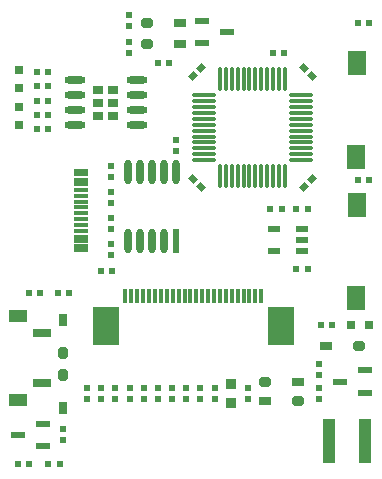
<source format=gbp>
G04*
G04 #@! TF.GenerationSoftware,Altium Limited,Altium Designer,22.1.2 (22)*
G04*
G04 Layer_Color=128*
%FSLAX25Y25*%
%MOIN*%
G70*
G04*
G04 #@! TF.SameCoordinates,295266D8-D9C4-4D40-B0F9-79C310AB5363*
G04*
G04*
G04 #@! TF.FilePolarity,Positive*
G04*
G01*
G75*
%ADD44R,0.03347X0.03543*%
%ADD45R,0.02165X0.02362*%
%ADD46O,0.02362X0.08268*%
%ADD47R,0.02362X0.08268*%
%ADD48R,0.02362X0.02165*%
%ADD49R,0.04134X0.02362*%
%ADD50O,0.08268X0.01181*%
%ADD51O,0.01181X0.08268*%
%ADD53O,0.07087X0.02400*%
%ADD54R,0.04331X0.14567*%
%ADD55R,0.03937X0.03150*%
G04:AMPARAMS|DCode=56|XSize=39.37mil|YSize=31.5mil|CornerRadius=0mil|HoleSize=0mil|Usage=FLASHONLY|Rotation=0.000|XOffset=0mil|YOffset=0mil|HoleType=Round|Shape=Octagon|*
%AMOCTAGOND56*
4,1,8,0.01968,-0.00787,0.01968,0.00787,0.01181,0.01575,-0.01181,0.01575,-0.01968,0.00787,-0.01968,-0.00787,-0.01181,-0.01575,0.01181,-0.01575,0.01968,-0.00787,0.0*
%
%ADD56OCTAGOND56*%

%ADD57R,0.05906X0.03150*%
%ADD58R,0.05906X0.04331*%
%ADD59R,0.08661X0.12992*%
%ADD60R,0.01181X0.04724*%
%ADD61R,0.05906X0.07874*%
G04:AMPARAMS|DCode=62|XSize=23.62mil|YSize=21.65mil|CornerRadius=0mil|HoleSize=0mil|Usage=FLASHONLY|Rotation=45.000|XOffset=0mil|YOffset=0mil|HoleType=Round|Shape=Rectangle|*
%AMROTATEDRECTD62*
4,1,4,-0.00070,-0.01601,-0.01601,-0.00070,0.00070,0.01601,0.01601,0.00070,-0.00070,-0.01601,0.0*
%
%ADD62ROTATEDRECTD62*%

G04:AMPARAMS|DCode=63|XSize=23.62mil|YSize=21.65mil|CornerRadius=0mil|HoleSize=0mil|Usage=FLASHONLY|Rotation=315.000|XOffset=0mil|YOffset=0mil|HoleType=Round|Shape=Rectangle|*
%AMROTATEDRECTD63*
4,1,4,-0.01601,0.00070,-0.00070,0.01601,0.01601,-0.00070,0.00070,-0.01601,-0.01601,0.00070,0.0*
%
%ADD63ROTATEDRECTD63*%

%ADD65R,0.05118X0.02362*%
%ADD66R,0.03150X0.03937*%
G04:AMPARAMS|DCode=67|XSize=39.37mil|YSize=31.5mil|CornerRadius=0mil|HoleSize=0mil|Usage=FLASHONLY|Rotation=90.000|XOffset=0mil|YOffset=0mil|HoleType=Round|Shape=Octagon|*
%AMOCTAGOND67*
4,1,8,0.00787,0.01968,-0.00787,0.01968,-0.01575,0.01181,-0.01575,-0.01181,-0.00787,-0.01968,0.00787,-0.01968,0.01575,-0.01181,0.01575,0.01181,0.00787,0.01968,0.0*
%
%ADD67OCTAGOND67*%

%ADD68R,0.03000X0.03000*%
%ADD69R,0.03000X0.03000*%
%ADD70R,0.04528X0.01181*%
%ADD71R,0.04520X0.01180*%
%ADD101R,0.03543X0.02756*%
D44*
X75590Y30610D02*
D03*
Y24508D02*
D03*
D45*
X35433Y91043D02*
D03*
Y94784D02*
D03*
X70079Y25689D02*
D03*
Y29429D02*
D03*
X51181Y25689D02*
D03*
Y29429D02*
D03*
X104724Y29429D02*
D03*
Y25689D02*
D03*
X19685Y11909D02*
D03*
Y15650D02*
D03*
X37008Y25689D02*
D03*
Y29429D02*
D03*
X32283Y25689D02*
D03*
Y29429D02*
D03*
X55905Y25689D02*
D03*
Y29429D02*
D03*
X41732Y25689D02*
D03*
Y29429D02*
D03*
X81102Y25689D02*
D03*
Y29429D02*
D03*
X46457Y25689D02*
D03*
Y29429D02*
D03*
X27559Y25689D02*
D03*
Y29429D02*
D03*
X57087Y108366D02*
D03*
Y112106D02*
D03*
X65354Y25689D02*
D03*
Y29429D02*
D03*
X104724Y37303D02*
D03*
Y33563D02*
D03*
X60630Y25689D02*
D03*
Y29429D02*
D03*
X35433Y73721D02*
D03*
Y77461D02*
D03*
Y103445D02*
D03*
Y99705D02*
D03*
Y82382D02*
D03*
Y86122D02*
D03*
X41500Y150130D02*
D03*
Y153870D02*
D03*
Y141130D02*
D03*
Y144870D02*
D03*
D46*
X57087Y101264D02*
D03*
X53150D02*
D03*
X41339Y78264D02*
D03*
Y101264D02*
D03*
X45276D02*
D03*
X49213D02*
D03*
X45276Y78264D02*
D03*
X49213D02*
D03*
X53150D02*
D03*
D47*
X57087D02*
D03*
D48*
X88681Y88976D02*
D03*
X92421D02*
D03*
X97342Y68898D02*
D03*
X101083D02*
D03*
X101083Y88976D02*
D03*
X97342D02*
D03*
X8169Y3937D02*
D03*
X4429D02*
D03*
X14665D02*
D03*
X18406D02*
D03*
X11876Y61024D02*
D03*
X8136D02*
D03*
X89630Y141000D02*
D03*
X93370D02*
D03*
X17815Y61024D02*
D03*
X21555D02*
D03*
X55020Y137795D02*
D03*
X51279D02*
D03*
X105630Y50500D02*
D03*
X109370D02*
D03*
X121555Y151181D02*
D03*
X117815D02*
D03*
X14469Y134646D02*
D03*
X10728D02*
D03*
X14469Y125197D02*
D03*
X10728D02*
D03*
X10728Y120472D02*
D03*
X14469D02*
D03*
X14469Y115748D02*
D03*
X10728D02*
D03*
X14469Y129921D02*
D03*
X10728D02*
D03*
X117815Y98819D02*
D03*
X121555D02*
D03*
X32130Y68500D02*
D03*
X35870D02*
D03*
D49*
X89764Y82480D02*
D03*
Y75000D02*
D03*
X99213D02*
D03*
Y78740D02*
D03*
Y82480D02*
D03*
D50*
X98819Y126969D02*
D03*
Y125000D02*
D03*
Y123031D02*
D03*
Y121063D02*
D03*
Y119095D02*
D03*
Y117126D02*
D03*
Y115157D02*
D03*
Y113189D02*
D03*
Y111221D02*
D03*
Y109252D02*
D03*
Y107283D02*
D03*
Y105315D02*
D03*
X66535D02*
D03*
Y107283D02*
D03*
Y109252D02*
D03*
Y111221D02*
D03*
Y113189D02*
D03*
Y115157D02*
D03*
Y117126D02*
D03*
Y119095D02*
D03*
Y121063D02*
D03*
Y123031D02*
D03*
Y125000D02*
D03*
Y126969D02*
D03*
D51*
X93504Y100000D02*
D03*
X91535D02*
D03*
X89567D02*
D03*
X87598D02*
D03*
X85630D02*
D03*
X83661D02*
D03*
X81693D02*
D03*
X79724D02*
D03*
X77756D02*
D03*
X75787D02*
D03*
X73819D02*
D03*
X71850D02*
D03*
Y132283D02*
D03*
X73819D02*
D03*
X75787D02*
D03*
X77756D02*
D03*
X79724D02*
D03*
X81693D02*
D03*
X83661D02*
D03*
X85630D02*
D03*
X87598D02*
D03*
X89567D02*
D03*
X91535D02*
D03*
X93504D02*
D03*
D53*
X23425Y116909D02*
D03*
Y121909D02*
D03*
Y126909D02*
D03*
Y131909D02*
D03*
X44291Y116909D02*
D03*
Y121909D02*
D03*
Y126909D02*
D03*
Y131909D02*
D03*
D54*
X120079Y11811D02*
D03*
X108268D02*
D03*
D55*
X107087Y43307D02*
D03*
X98032Y31496D02*
D03*
X58661Y144095D02*
D03*
X87008Y25197D02*
D03*
X58661Y151181D02*
D03*
D56*
X118110Y43307D02*
D03*
X87008Y31496D02*
D03*
X47638Y144095D02*
D03*
X98032Y25197D02*
D03*
X47638Y151181D02*
D03*
D57*
X12402Y47638D02*
D03*
Y31102D02*
D03*
D58*
X4528Y53445D02*
D03*
Y25295D02*
D03*
D59*
X33855Y50160D02*
D03*
X92130Y50134D02*
D03*
D60*
X85630Y60102D02*
D03*
X83660D02*
D03*
X81690D02*
D03*
X79730D02*
D03*
X77760D02*
D03*
X75790D02*
D03*
X73820D02*
D03*
X71850D02*
D03*
X69880D02*
D03*
X67915D02*
D03*
X65945D02*
D03*
X63980D02*
D03*
X62010D02*
D03*
X60040D02*
D03*
X58070D02*
D03*
X56100D02*
D03*
X54135D02*
D03*
X52170D02*
D03*
X50200D02*
D03*
X48230D02*
D03*
X46260D02*
D03*
X44290D02*
D03*
X42320D02*
D03*
X40355D02*
D03*
D61*
X117323Y106547D02*
D03*
X117401Y137779D02*
D03*
X117323Y59303D02*
D03*
X117401Y90535D02*
D03*
D62*
X99859Y96315D02*
D03*
X102503Y98960D02*
D03*
X65496Y135968D02*
D03*
X62851Y133323D02*
D03*
D63*
X99859Y135968D02*
D03*
X102503Y133323D02*
D03*
X62851Y98960D02*
D03*
X65496Y96315D02*
D03*
D65*
X112008Y31496D02*
D03*
X120276Y27756D02*
D03*
Y35236D02*
D03*
X4528Y13780D02*
D03*
X12795Y10039D02*
D03*
Y17520D02*
D03*
X74213Y148031D02*
D03*
X65945Y151772D02*
D03*
Y144291D02*
D03*
D66*
X19685Y22835D02*
D03*
Y51968D02*
D03*
D67*
Y33858D02*
D03*
Y40945D02*
D03*
D68*
X4725Y135500D02*
D03*
Y129500D02*
D03*
Y123000D02*
D03*
Y117000D02*
D03*
D69*
X121500Y50500D02*
D03*
X115500D02*
D03*
D70*
X25491Y101771D02*
D03*
Y100591D02*
D03*
X25491Y98623D02*
D03*
Y97441D02*
D03*
X25491Y95472D02*
D03*
Y91536D02*
D03*
X25485Y89566D02*
D03*
X25491Y87598D02*
D03*
X25484Y85629D02*
D03*
X25493Y83662D02*
D03*
X25475Y79724D02*
D03*
Y78544D02*
D03*
X25485Y76574D02*
D03*
Y75393D02*
D03*
D71*
X25491Y93504D02*
D03*
X25491Y81693D02*
D03*
D101*
X36319Y128740D02*
D03*
X31299D02*
D03*
Y124409D02*
D03*
X36319D02*
D03*
X31299Y120079D02*
D03*
X36319D02*
D03*
M02*

</source>
